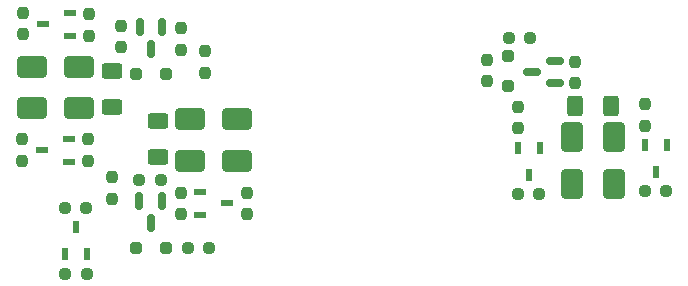
<source format=gbr>
%TF.GenerationSoftware,KiCad,Pcbnew,7.0.10*%
%TF.CreationDate,2025-06-08T09:49:36+02:00*%
%TF.ProjectId,DIC_Addon,4449435f-4164-4646-9f6e-2e6b69636164,rev?*%
%TF.SameCoordinates,Original*%
%TF.FileFunction,Paste,Bot*%
%TF.FilePolarity,Positive*%
%FSLAX46Y46*%
G04 Gerber Fmt 4.6, Leading zero omitted, Abs format (unit mm)*
G04 Created by KiCad (PCBNEW 7.0.10) date 2025-06-08 09:49:36*
%MOMM*%
%LPD*%
G01*
G04 APERTURE LIST*
G04 Aperture macros list*
%AMRoundRect*
0 Rectangle with rounded corners*
0 $1 Rounding radius*
0 $2 $3 $4 $5 $6 $7 $8 $9 X,Y pos of 4 corners*
0 Add a 4 corners polygon primitive as box body*
4,1,4,$2,$3,$4,$5,$6,$7,$8,$9,$2,$3,0*
0 Add four circle primitives for the rounded corners*
1,1,$1+$1,$2,$3*
1,1,$1+$1,$4,$5*
1,1,$1+$1,$6,$7*
1,1,$1+$1,$8,$9*
0 Add four rect primitives between the rounded corners*
20,1,$1+$1,$2,$3,$4,$5,0*
20,1,$1+$1,$4,$5,$6,$7,0*
20,1,$1+$1,$6,$7,$8,$9,0*
20,1,$1+$1,$8,$9,$2,$3,0*%
G04 Aperture macros list end*
%ADD10RoundRect,0.237500X0.237500X-0.250000X0.237500X0.250000X-0.237500X0.250000X-0.237500X-0.250000X0*%
%ADD11RoundRect,0.237500X-0.237500X0.250000X-0.237500X-0.250000X0.237500X-0.250000X0.237500X0.250000X0*%
%ADD12R,0.568000X1.131799*%
%ADD13RoundRect,0.237500X0.250000X0.237500X-0.250000X0.237500X-0.250000X-0.237500X0.250000X-0.237500X0*%
%ADD14RoundRect,0.237500X-0.250000X-0.237500X0.250000X-0.237500X0.250000X0.237500X-0.250000X0.237500X0*%
%ADD15RoundRect,0.250000X-1.000000X-0.650000X1.000000X-0.650000X1.000000X0.650000X-1.000000X0.650000X0*%
%ADD16RoundRect,0.250000X0.250000X0.250000X-0.250000X0.250000X-0.250000X-0.250000X0.250000X-0.250000X0*%
%ADD17RoundRect,0.250000X1.000000X0.650000X-1.000000X0.650000X-1.000000X-0.650000X1.000000X-0.650000X0*%
%ADD18R,1.131799X0.568000*%
%ADD19RoundRect,0.250000X0.250000X-0.250000X0.250000X0.250000X-0.250000X0.250000X-0.250000X-0.250000X0*%
%ADD20RoundRect,0.250000X-0.250000X-0.250000X0.250000X-0.250000X0.250000X0.250000X-0.250000X0.250000X0*%
%ADD21RoundRect,0.150000X-0.150000X0.587500X-0.150000X-0.587500X0.150000X-0.587500X0.150000X0.587500X0*%
%ADD22RoundRect,0.250000X0.400000X0.625000X-0.400000X0.625000X-0.400000X-0.625000X0.400000X-0.625000X0*%
%ADD23RoundRect,0.250000X0.625000X-0.400000X0.625000X0.400000X-0.625000X0.400000X-0.625000X-0.400000X0*%
%ADD24RoundRect,0.250000X-0.625000X0.400000X-0.625000X-0.400000X0.625000X-0.400000X0.625000X0.400000X0*%
%ADD25RoundRect,0.250000X-0.650000X1.000000X-0.650000X-1.000000X0.650000X-1.000000X0.650000X1.000000X0*%
%ADD26RoundRect,0.150000X0.587500X0.150000X-0.587500X0.150000X-0.587500X-0.150000X0.587500X-0.150000X0*%
G04 APERTURE END LIST*
D10*
%TO.C,R16*%
X41275000Y-43225500D03*
X41275000Y-41400500D03*
%TD*%
D11*
%TO.C,R25*%
X74995999Y-33909000D03*
X74995999Y-35734000D03*
%TD*%
D12*
%TO.C,Q9*%
X64229100Y-37592000D03*
X66129102Y-37592000D03*
X65179101Y-39878000D03*
%TD*%
D10*
%TO.C,R3*%
X27852500Y-38689500D03*
X27852500Y-36864500D03*
%TD*%
%TO.C,R2*%
X22353400Y-28007499D03*
X22353400Y-26182499D03*
%TD*%
D11*
%TO.C,R29*%
X69088000Y-30313000D03*
X69088000Y-32138000D03*
%TD*%
D10*
%TO.C,R1*%
X27941400Y-28134499D03*
X27941400Y-26309499D03*
%TD*%
D13*
%TO.C,R18*%
X27701000Y-42672000D03*
X25876000Y-42672000D03*
%TD*%
D14*
%TO.C,R27*%
X74995999Y-41275000D03*
X76820999Y-41275000D03*
%TD*%
D15*
%TO.C,D11*%
X36449000Y-38735000D03*
X40449000Y-38735000D03*
%TD*%
D14*
%TO.C,R17*%
X25923000Y-48260000D03*
X27748000Y-48260000D03*
%TD*%
D10*
%TO.C,R6*%
X35726500Y-29333500D03*
X35726500Y-27508500D03*
%TD*%
D16*
%TO.C,D10*%
X34417000Y-46074500D03*
X31917000Y-46074500D03*
%TD*%
D17*
%TO.C,D3*%
X27090500Y-34268000D03*
X23090500Y-34268000D03*
%TD*%
D11*
%TO.C,R7*%
X30646500Y-27259500D03*
X30646500Y-29084500D03*
%TD*%
D18*
%TO.C,Q7*%
X37338000Y-43263001D03*
X37338000Y-41362999D03*
X39624000Y-42313000D03*
%TD*%
D10*
%TO.C,R28*%
X61595000Y-31964000D03*
X61595000Y-30139000D03*
%TD*%
D19*
%TO.C,D5*%
X63373000Y-32345000D03*
X63373000Y-29845000D03*
%TD*%
D20*
%TO.C,D1*%
X31916500Y-31347000D03*
X34416500Y-31347000D03*
%TD*%
D21*
%TO.C,Q10*%
X32197000Y-42089000D03*
X34097000Y-42089000D03*
X33147000Y-43964000D03*
%TD*%
D18*
%TO.C,Q2*%
X26201500Y-36888000D03*
X26201500Y-38788002D03*
X23915500Y-37838001D03*
%TD*%
D14*
%TO.C,R23*%
X64238500Y-41529000D03*
X66063500Y-41529000D03*
%TD*%
D22*
%TO.C,TH5*%
X72162000Y-34036000D03*
X69062000Y-34036000D03*
%TD*%
D11*
%TO.C,R19*%
X29845000Y-40108500D03*
X29845000Y-41933500D03*
%TD*%
D10*
%TO.C,R21*%
X64262000Y-35941000D03*
X64262000Y-34116000D03*
%TD*%
D14*
%TO.C,R20*%
X36298500Y-46074500D03*
X38123500Y-46074500D03*
%TD*%
D11*
%TO.C,R15*%
X35687000Y-41400500D03*
X35687000Y-43225500D03*
%TD*%
D17*
%TO.C,D2*%
X27090500Y-30734000D03*
X23090500Y-30734000D03*
%TD*%
D23*
%TO.C,TH1*%
X29884500Y-34167000D03*
X29884500Y-31067000D03*
%TD*%
D15*
%TO.C,D12*%
X36449000Y-35201000D03*
X40449000Y-35201000D03*
%TD*%
D24*
%TO.C,TH3*%
X33782000Y-35302000D03*
X33782000Y-38402000D03*
%TD*%
D18*
%TO.C,Q1*%
X26290400Y-26205999D03*
X26290400Y-28106001D03*
X24004400Y-27156000D03*
%TD*%
D25*
%TO.C,D8*%
X72390000Y-36703000D03*
X72390000Y-40703000D03*
%TD*%
D21*
%TO.C,Q3*%
X32236500Y-27361500D03*
X34136500Y-27361500D03*
X33186500Y-29236500D03*
%TD*%
D12*
%TO.C,Q11*%
X74995999Y-37338000D03*
X76896001Y-37338000D03*
X75946000Y-39624000D03*
%TD*%
%TO.C,Q8*%
X27762001Y-46609000D03*
X25861999Y-46609000D03*
X26812000Y-44323000D03*
%TD*%
D11*
%TO.C,R4*%
X22264500Y-36888000D03*
X22264500Y-38713000D03*
%TD*%
D14*
%TO.C,R22*%
X32211000Y-40359500D03*
X34036000Y-40359500D03*
%TD*%
D25*
%TO.C,D7*%
X68834000Y-36703000D03*
X68834000Y-40703000D03*
%TD*%
D14*
%TO.C,R26*%
X63476500Y-28281000D03*
X65301500Y-28281000D03*
%TD*%
D26*
%TO.C,Q12*%
X67358500Y-30252000D03*
X67358500Y-32152000D03*
X65483500Y-31202000D03*
%TD*%
D10*
%TO.C,R5*%
X37719000Y-31265500D03*
X37719000Y-29440500D03*
%TD*%
M02*

</source>
